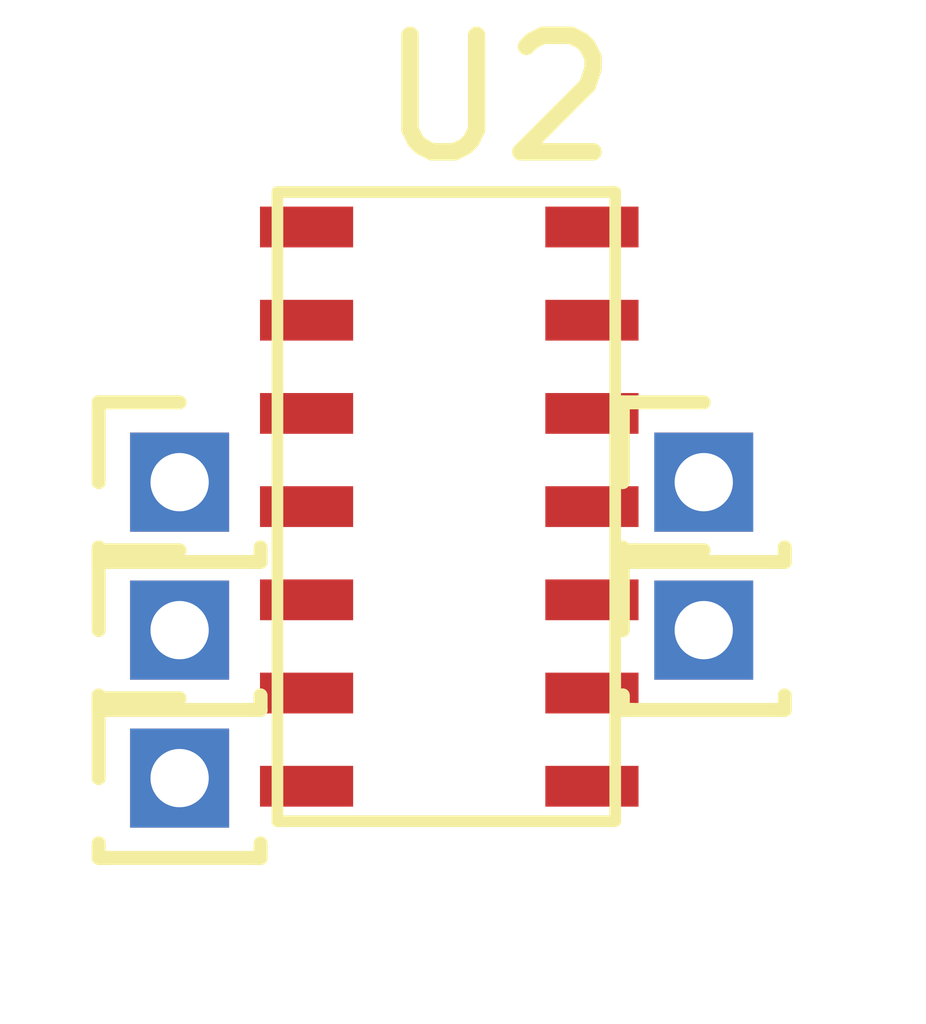
<source format=kicad_pcb>
(kicad_pcb (version 20171130) (host pcbnew "(5.1.8)-1")

  (general
    (thickness 1.6)
    (drawings 0)
    (tracks 0)
    (zones 0)
    (modules 6)
    (nets 15)
  )

  (page A4)
  (layers
    (0 F.Cu signal)
    (31 B.Cu signal)
    (32 B.Adhes user)
    (33 F.Adhes user)
    (34 B.Paste user)
    (35 F.Paste user)
    (36 B.SilkS user)
    (37 F.SilkS user)
    (38 B.Mask user)
    (39 F.Mask user)
    (40 Dwgs.User user)
    (41 Cmts.User user)
    (42 Eco1.User user)
    (43 Eco2.User user)
    (44 Edge.Cuts user)
    (45 Margin user)
    (46 B.CrtYd user)
    (47 F.CrtYd user)
    (48 B.Fab user)
    (49 F.Fab user)
  )

  (setup
    (last_trace_width 0.25)
    (trace_clearance 0.2)
    (zone_clearance 0.508)
    (zone_45_only no)
    (trace_min 0.2)
    (via_size 0.8)
    (via_drill 0.4)
    (via_min_size 0.4)
    (via_min_drill 0.3)
    (uvia_size 0.3)
    (uvia_drill 0.1)
    (uvias_allowed no)
    (uvia_min_size 0.2)
    (uvia_min_drill 0.1)
    (edge_width 0.05)
    (segment_width 0.2)
    (pcb_text_width 0.3)
    (pcb_text_size 1.5 1.5)
    (mod_edge_width 0.12)
    (mod_text_size 1 1)
    (mod_text_width 0.15)
    (pad_size 0.85 0.85)
    (pad_drill 0.5)
    (pad_to_mask_clearance 0)
    (aux_axis_origin 0 0)
    (visible_elements FFFFFF7F)
    (pcbplotparams
      (layerselection 0x010fc_ffffffff)
      (usegerberextensions false)
      (usegerberattributes true)
      (usegerberadvancedattributes true)
      (creategerberjobfile true)
      (excludeedgelayer true)
      (linewidth 0.100000)
      (plotframeref false)
      (viasonmask false)
      (mode 1)
      (useauxorigin false)
      (hpglpennumber 1)
      (hpglpenspeed 20)
      (hpglpendiameter 15.000000)
      (psnegative false)
      (psa4output false)
      (plotreference true)
      (plotvalue true)
      (plotinvisibletext false)
      (padsonsilk false)
      (subtractmaskfromsilk false)
      (outputformat 1)
      (mirror false)
      (drillshape 1)
      (scaleselection 1)
      (outputdirectory ""))
  )

  (net 0 "")
  (net 1 "Net-(J1-Pad1)")
  (net 2 "Net-(J2-Pad1)")
  (net 3 "Net-(J3-Pad1)")
  (net 4 "Net-(J4-Pad1)")
  (net 5 "Net-(J5-Pad1)")
  (net 6 "Net-(U2-Pad14)")
  (net 7 "Net-(U2-Pad13)")
  (net 8 GND)
  (net 9 "Net-(U2-Pad11)")
  (net 10 "Net-(U2-Pad8)")
  (net 11 "Net-(U2-Pad7)")
  (net 12 "Net-(U2-Pad3)")
  (net 13 "Net-(U2-Pad2)")
  (net 14 "Net-(U2-Pad1)")

  (net_class Default "This is the default net class."
    (clearance 0.2)
    (trace_width 0.25)
    (via_dia 0.8)
    (via_drill 0.4)
    (uvia_dia 0.3)
    (uvia_drill 0.1)
    (add_net GND)
    (add_net "Net-(J1-Pad1)")
    (add_net "Net-(J2-Pad1)")
    (add_net "Net-(J3-Pad1)")
    (add_net "Net-(J4-Pad1)")
    (add_net "Net-(J5-Pad1)")
    (add_net "Net-(U2-Pad1)")
    (add_net "Net-(U2-Pad11)")
    (add_net "Net-(U2-Pad13)")
    (add_net "Net-(U2-Pad14)")
    (add_net "Net-(U2-Pad2)")
    (add_net "Net-(U2-Pad3)")
    (add_net "Net-(U2-Pad7)")
    (add_net "Net-(U2-Pad8)")
  )

  (module Connector_PinHeader_1.00mm:PinHeader_1x01_P1.00mm_Vertical (layer F.Cu) (tedit 59FED738) (tstamp 5FBC754F)
    (at 132.08 81.28)
    (descr "Through hole straight pin header, 1x01, 1.00mm pitch, single row")
    (tags "Through hole pin header THT 1x01 1.00mm single row")
    (path /5FBC6BE1)
    (fp_text reference J1 (at 0 -1.56) (layer F.SilkS) hide
      (effects (font (size 1 1) (thickness 0.15)))
    )
    (fp_text value Conn_01x01_Male (at 0 1.56) (layer F.Fab) hide
      (effects (font (size 1 1) (thickness 0.15)))
    )
    (fp_line (start 1.15 -1) (end -1.15 -1) (layer F.CrtYd) (width 0.05))
    (fp_line (start 1.15 1) (end 1.15 -1) (layer F.CrtYd) (width 0.05))
    (fp_line (start -1.15 1) (end 1.15 1) (layer F.CrtYd) (width 0.05))
    (fp_line (start -1.15 -1) (end -1.15 1) (layer F.CrtYd) (width 0.05))
    (fp_line (start -0.695 -0.685) (end 0 -0.685) (layer F.SilkS) (width 0.12))
    (fp_line (start -0.695 0) (end -0.695 -0.685) (layer F.SilkS) (width 0.12))
    (fp_line (start 0.608276 0.685) (end 0.695 0.685) (layer F.SilkS) (width 0.12))
    (fp_line (start -0.695 0.685) (end -0.608276 0.685) (layer F.SilkS) (width 0.12))
    (fp_line (start 0.695 0.685) (end 0.695 0.56) (layer F.SilkS) (width 0.12))
    (fp_line (start -0.695 0.685) (end -0.695 0.56) (layer F.SilkS) (width 0.12))
    (fp_line (start -0.695 0.685) (end 0.695 0.685) (layer F.SilkS) (width 0.12))
    (fp_line (start -0.635 -0.1825) (end -0.3175 -0.5) (layer F.Fab) (width 0.1))
    (fp_line (start -0.635 0.5) (end -0.635 -0.1825) (layer F.Fab) (width 0.1))
    (fp_line (start 0.635 0.5) (end -0.635 0.5) (layer F.Fab) (width 0.1))
    (fp_line (start 0.635 -0.5) (end 0.635 0.5) (layer F.Fab) (width 0.1))
    (fp_line (start -0.3175 -0.5) (end 0.635 -0.5) (layer F.Fab) (width 0.1))
    (fp_text user %R (at 0 0 90) (layer F.Fab)
      (effects (font (size 0.76 0.76) (thickness 0.114)))
    )
    (pad 1 thru_hole rect (at 0 0) (size 0.85 0.85) (drill 0.5) (layers *.Cu *.Mask)
      (net 1 "Net-(J1-Pad1)"))
    (model ${KISYS3DMOD}/Connector_PinHeader_1.00mm.3dshapes/PinHeader_1x01_P1.00mm_Vertical.wrl
      (at (xyz 0 0 0))
      (scale (xyz 1 1 1))
      (rotate (xyz 0 0 0))
    )
  )

  (module Connector_PinHeader_1.00mm:PinHeader_1x01_P1.00mm_Vertical (layer F.Cu) (tedit 59FED738) (tstamp 5FBC7565)
    (at 132.08 80.01)
    (descr "Through hole straight pin header, 1x01, 1.00mm pitch, single row")
    (tags "Through hole pin header THT 1x01 1.00mm single row")
    (path /5FBC73B3)
    (fp_text reference J2 (at 0 -1.56) (layer F.SilkS) hide
      (effects (font (size 1 1) (thickness 0.15)))
    )
    (fp_text value Conn_01x01_Male (at 0 1.56) (layer F.Fab) hide
      (effects (font (size 1 1) (thickness 0.15)))
    )
    (fp_text user %R (at 0 0 90) (layer F.Fab)
      (effects (font (size 0.76 0.76) (thickness 0.114)))
    )
    (fp_line (start -0.3175 -0.5) (end 0.635 -0.5) (layer F.Fab) (width 0.1))
    (fp_line (start 0.635 -0.5) (end 0.635 0.5) (layer F.Fab) (width 0.1))
    (fp_line (start 0.635 0.5) (end -0.635 0.5) (layer F.Fab) (width 0.1))
    (fp_line (start -0.635 0.5) (end -0.635 -0.1825) (layer F.Fab) (width 0.1))
    (fp_line (start -0.635 -0.1825) (end -0.3175 -0.5) (layer F.Fab) (width 0.1))
    (fp_line (start -0.695 0.685) (end 0.695 0.685) (layer F.SilkS) (width 0.12))
    (fp_line (start -0.695 0.685) (end -0.695 0.56) (layer F.SilkS) (width 0.12))
    (fp_line (start 0.695 0.685) (end 0.695 0.56) (layer F.SilkS) (width 0.12))
    (fp_line (start -0.695 0.685) (end -0.608276 0.685) (layer F.SilkS) (width 0.12))
    (fp_line (start 0.608276 0.685) (end 0.695 0.685) (layer F.SilkS) (width 0.12))
    (fp_line (start -0.695 0) (end -0.695 -0.685) (layer F.SilkS) (width 0.12))
    (fp_line (start -0.695 -0.685) (end 0 -0.685) (layer F.SilkS) (width 0.12))
    (fp_line (start -1.15 -1) (end -1.15 1) (layer F.CrtYd) (width 0.05))
    (fp_line (start -1.15 1) (end 1.15 1) (layer F.CrtYd) (width 0.05))
    (fp_line (start 1.15 1) (end 1.15 -1) (layer F.CrtYd) (width 0.05))
    (fp_line (start 1.15 -1) (end -1.15 -1) (layer F.CrtYd) (width 0.05))
    (pad 1 thru_hole rect (at 0 0) (size 0.85 0.85) (drill 0.5) (layers *.Cu *.Mask)
      (net 2 "Net-(J2-Pad1)"))
    (model ${KISYS3DMOD}/Connector_PinHeader_1.00mm.3dshapes/PinHeader_1x01_P1.00mm_Vertical.wrl
      (at (xyz 0 0 0))
      (scale (xyz 1 1 1))
      (rotate (xyz 0 0 0))
    )
  )

  (module Connector_PinHeader_1.00mm:PinHeader_1x01_P1.00mm_Vertical (layer F.Cu) (tedit 5FBC6FB9) (tstamp 5FBC757B)
    (at 127.58 81.28)
    (descr "Through hole straight pin header, 1x01, 1.00mm pitch, single row")
    (tags "Through hole pin header THT 1x01 1.00mm single row")
    (path /5FBC7E90)
    (fp_text reference J3 (at 0 -1.56) (layer F.SilkS) hide
      (effects (font (size 1 1) (thickness 0.15)))
    )
    (fp_text value Conn_01x01_Male (at 0 1.56) (layer F.Fab) hide
      (effects (font (size 1 1) (thickness 0.15)))
    )
    (fp_text user %R (at 8.89 1.27 90) (layer F.Fab) hide
      (effects (font (size 0.76 0.76) (thickness 0.114)))
    )
    (fp_line (start -0.3175 -0.5) (end 0.635 -0.5) (layer F.Fab) (width 0.1))
    (fp_line (start 0.635 -0.5) (end 0.635 0.5) (layer F.Fab) (width 0.1))
    (fp_line (start 0.635 0.5) (end -0.635 0.5) (layer F.Fab) (width 0.1))
    (fp_line (start -0.635 0.5) (end -0.635 -0.1825) (layer F.Fab) (width 0.1))
    (fp_line (start -0.635 -0.1825) (end -0.3175 -0.5) (layer F.Fab) (width 0.1))
    (fp_line (start -0.695 0.685) (end 0.695 0.685) (layer F.SilkS) (width 0.12))
    (fp_line (start -0.695 0.685) (end -0.695 0.56) (layer F.SilkS) (width 0.12))
    (fp_line (start 0.695 0.685) (end 0.695 0.56) (layer F.SilkS) (width 0.12))
    (fp_line (start -0.695 0.685) (end -0.608276 0.685) (layer F.SilkS) (width 0.12))
    (fp_line (start 0.608276 0.685) (end 0.695 0.685) (layer F.SilkS) (width 0.12))
    (fp_line (start -0.695 0) (end -0.695 -0.685) (layer F.SilkS) (width 0.12))
    (fp_line (start -0.695 -0.685) (end 0 -0.685) (layer F.SilkS) (width 0.12))
    (fp_line (start -1.15 -1) (end -1.15 1) (layer F.CrtYd) (width 0.05))
    (fp_line (start -1.15 1) (end 1.15 1) (layer F.CrtYd) (width 0.05))
    (fp_line (start 1.15 1) (end 1.15 -1) (layer F.CrtYd) (width 0.05))
    (fp_line (start 1.15 -1) (end -1.15 -1) (layer F.CrtYd) (width 0.05))
    (pad 1 thru_hole rect (at 0 0) (size 0.85 0.85) (drill 0.5) (layers *.Cu *.Mask)
      (net 3 "Net-(J3-Pad1)"))
    (model ${KISYS3DMOD}/Connector_PinHeader_1.00mm.3dshapes/PinHeader_1x01_P1.00mm_Vertical.wrl
      (at (xyz 0 0 0))
      (scale (xyz 1 1 1))
      (rotate (xyz 0 0 0))
    )
  )

  (module Connector_PinHeader_1.00mm:PinHeader_1x01_P1.00mm_Vertical (layer F.Cu) (tedit 59FED738) (tstamp 5FBC7591)
    (at 127.58 82.55)
    (descr "Through hole straight pin header, 1x01, 1.00mm pitch, single row")
    (tags "Through hole pin header THT 1x01 1.00mm single row")
    (path /5FBC79FA)
    (fp_text reference J4 (at 0 -1.56) (layer F.SilkS) hide
      (effects (font (size 1 1) (thickness 0.15)))
    )
    (fp_text value Conn_01x01_Male (at 0 1.56) (layer F.Fab) hide
      (effects (font (size 1 1) (thickness 0.15)))
    )
    (fp_line (start 1.15 -1) (end -1.15 -1) (layer F.CrtYd) (width 0.05))
    (fp_line (start 1.15 1) (end 1.15 -1) (layer F.CrtYd) (width 0.05))
    (fp_line (start -1.15 1) (end 1.15 1) (layer F.CrtYd) (width 0.05))
    (fp_line (start -1.15 -1) (end -1.15 1) (layer F.CrtYd) (width 0.05))
    (fp_line (start -0.695 -0.685) (end 0 -0.685) (layer F.SilkS) (width 0.12))
    (fp_line (start -0.695 0) (end -0.695 -0.685) (layer F.SilkS) (width 0.12))
    (fp_line (start 0.608276 0.685) (end 0.695 0.685) (layer F.SilkS) (width 0.12))
    (fp_line (start -0.695 0.685) (end -0.608276 0.685) (layer F.SilkS) (width 0.12))
    (fp_line (start 0.695 0.685) (end 0.695 0.56) (layer F.SilkS) (width 0.12))
    (fp_line (start -0.695 0.685) (end -0.695 0.56) (layer F.SilkS) (width 0.12))
    (fp_line (start -0.695 0.685) (end 0.695 0.685) (layer F.SilkS) (width 0.12))
    (fp_line (start -0.635 -0.1825) (end -0.3175 -0.5) (layer F.Fab) (width 0.1))
    (fp_line (start -0.635 0.5) (end -0.635 -0.1825) (layer F.Fab) (width 0.1))
    (fp_line (start 0.635 0.5) (end -0.635 0.5) (layer F.Fab) (width 0.1))
    (fp_line (start 0.635 -0.5) (end 0.635 0.5) (layer F.Fab) (width 0.1))
    (fp_line (start -0.3175 -0.5) (end 0.635 -0.5) (layer F.Fab) (width 0.1))
    (fp_text user %R (at 6.35 -3.81 90) (layer F.Fab) hide
      (effects (font (size 0.76 0.76) (thickness 0.114)))
    )
    (pad 1 thru_hole rect (at 0 0) (size 0.85 0.85) (drill 0.5) (layers *.Cu *.Mask)
      (net 4 "Net-(J4-Pad1)"))
    (model ${KISYS3DMOD}/Connector_PinHeader_1.00mm.3dshapes/PinHeader_1x01_P1.00mm_Vertical.wrl
      (at (xyz 0 0 0))
      (scale (xyz 1 1 1))
      (rotate (xyz 0 0 0))
    )
  )

  (module Connector_PinHeader_1.00mm:PinHeader_1x01_P1.00mm_Vertical (layer F.Cu) (tedit 5FBC6FCA) (tstamp 5FBC75A7)
    (at 127.58 80.01)
    (descr "Through hole straight pin header, 1x01, 1.00mm pitch, single row")
    (tags "Through hole pin header THT 1x01 1.00mm single row")
    (path /5FBC84C1)
    (fp_text reference J5 (at 0 -1.56) (layer F.SilkS) hide
      (effects (font (size 1 1) (thickness 0.15)))
    )
    (fp_text value Conn_01x01_Male (at 1.27 5.08) (layer F.Fab) hide
      (effects (font (size 1 1) (thickness 0.15)))
    )
    (fp_line (start 1.15 -1) (end -1.15 -1) (layer F.CrtYd) (width 0.05))
    (fp_line (start 1.15 1) (end 1.15 -1) (layer F.CrtYd) (width 0.05))
    (fp_line (start -1.15 1) (end 1.15 1) (layer F.CrtYd) (width 0.05))
    (fp_line (start -1.15 -1) (end -1.15 1) (layer F.CrtYd) (width 0.05))
    (fp_line (start -0.695 -0.685) (end 0 -0.685) (layer F.SilkS) (width 0.12))
    (fp_line (start -0.695 0) (end -0.695 -0.685) (layer F.SilkS) (width 0.12))
    (fp_line (start 0.608276 0.685) (end 0.695 0.685) (layer F.SilkS) (width 0.12))
    (fp_line (start -0.695 0.685) (end -0.608276 0.685) (layer F.SilkS) (width 0.12))
    (fp_line (start 0.695 0.685) (end 0.695 0.56) (layer F.SilkS) (width 0.12))
    (fp_line (start -0.695 0.685) (end -0.695 0.56) (layer F.SilkS) (width 0.12))
    (fp_line (start -0.695 0.685) (end 0.695 0.685) (layer F.SilkS) (width 0.12))
    (fp_line (start -0.635 -0.1825) (end -0.3175 -0.5) (layer F.Fab) (width 0.1))
    (fp_line (start -0.635 0.5) (end -0.635 -0.1825) (layer F.Fab) (width 0.1))
    (fp_line (start 0.635 0.5) (end -0.635 0.5) (layer F.Fab) (width 0.1))
    (fp_line (start 0.635 -0.5) (end 0.635 0.5) (layer F.Fab) (width 0.1))
    (fp_line (start -0.3175 -0.5) (end 0.635 -0.5) (layer F.Fab) (width 0.1))
    (fp_text user %R (at 0 0 90) (layer F.Fab) hide
      (effects (font (size 0.76 0.76) (thickness 0.114)))
    )
    (pad 1 thru_hole rect (at 0 0) (size 0.85 0.85) (drill 0.5) (layers *.Cu *.Mask)
      (net 5 "Net-(J5-Pad1)"))
    (model ${KISYS3DMOD}/Connector_PinHeader_1.00mm.3dshapes/PinHeader_1x01_P1.00mm_Vertical.wrl
      (at (xyz 0 0 0))
      (scale (xyz 1 1 1))
      (rotate (xyz 0 0 0))
    )
  )

  (module Solutions:MAX30100 (layer F.Cu) (tedit 57CC8813) (tstamp 5FBC75BD)
    (at 128.82 77.820001)
    (path /5FBB8E7E)
    (fp_text reference U2 (at 1.5 -1.1) (layer F.SilkS)
      (effects (font (size 1 1) (thickness 0.15)))
    )
    (fp_text value MAX30100 (at 1.2 6) (layer F.Fab)
      (effects (font (size 1 1) (thickness 0.15)))
    )
    (fp_line (start -0.4 5.1) (end -0.4 -0.3) (layer F.SilkS) (width 0.1))
    (fp_line (start 2.5 5.1) (end -0.4 5.1) (layer F.SilkS) (width 0.1))
    (fp_line (start -0.4 -0.3) (end 2.5 -0.3) (layer F.SilkS) (width 0.1))
    (fp_line (start 2.5 -0.3) (end 2.5 5.1) (layer F.SilkS) (width 0.1))
    (pad 14 smd rect (at 2.15 0) (size 0.8 0.35) (drill (offset 0.15 0)) (layers F.Cu F.Paste F.Mask)
      (net 6 "Net-(U2-Pad14)"))
    (pad 13 smd rect (at 2.15 0.8) (size 0.8 0.35) (drill (offset 0.15 0)) (layers F.Cu F.Paste F.Mask)
      (net 7 "Net-(U2-Pad13)"))
    (pad 12 smd rect (at 2.15 1.6) (size 0.8 0.35) (drill (offset 0.15 0)) (layers F.Cu F.Paste F.Mask)
      (net 8 GND))
    (pad 11 smd rect (at 2.15 2.4) (size 0.8 0.35) (drill (offset 0.15 0)) (layers F.Cu F.Paste F.Mask)
      (net 9 "Net-(U2-Pad11)"))
    (pad 10 smd rect (at 2.15 3.2) (size 0.8 0.35) (drill (offset 0.15 0)) (layers F.Cu F.Paste F.Mask)
      (net 2 "Net-(J2-Pad1)"))
    (pad 9 smd rect (at 2.15 4) (size 0.8 0.35) (drill (offset 0.15 0)) (layers F.Cu F.Paste F.Mask)
      (net 1 "Net-(J1-Pad1)"))
    (pad 8 smd rect (at 2.15 4.8) (size 0.8 0.35) (drill (offset 0.15 0)) (layers F.Cu F.Paste F.Mask)
      (net 10 "Net-(U2-Pad8)"))
    (pad 7 smd rect (at 0 4.8) (size 0.8 0.35) (drill (offset -0.15 0)) (layers F.Cu F.Paste F.Mask)
      (net 11 "Net-(U2-Pad7)"))
    (pad 6 smd rect (at 0 4) (size 0.8 0.35) (drill (offset -0.15 0)) (layers F.Cu F.Paste F.Mask)
      (net 4 "Net-(J4-Pad1)"))
    (pad 5 smd rect (at 0 3.2) (size 0.8 0.35) (drill (offset -0.15 0)) (layers F.Cu F.Paste F.Mask)
      (net 3 "Net-(J3-Pad1)"))
    (pad 4 smd rect (at 0 2.4) (size 0.8 0.35) (drill (offset -0.15 0)) (layers F.Cu F.Paste F.Mask)
      (net 5 "Net-(J5-Pad1)"))
    (pad 3 smd rect (at 0 1.6) (size 0.8 0.35) (drill (offset -0.15 0)) (layers F.Cu F.Paste F.Mask)
      (net 12 "Net-(U2-Pad3)"))
    (pad 2 smd rect (at 0 0.8) (size 0.8 0.35) (drill (offset -0.15 0)) (layers F.Cu F.Paste F.Mask)
      (net 13 "Net-(U2-Pad2)"))
    (pad 1 smd rect (at 0 0) (size 0.8 0.35) (drill (offset -0.15 0)) (layers F.Cu F.Paste F.Mask)
      (net 14 "Net-(U2-Pad1)"))
  )

)

</source>
